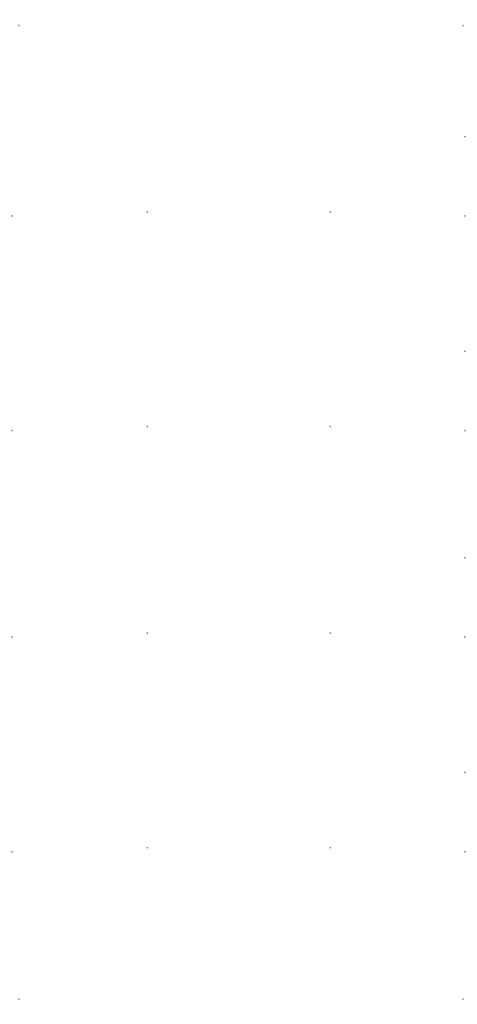
<source format=gbs>
G04 Layer_Color=16711935*
%FSLAX44Y44*%
%MOMM*%
G71*
G01*
G75*
%ADD12C,0.2032*%
D12*
X768000Y985000D02*
D03*
X930000Y1175000D02*
D03*
X760000Y1170000D02*
D03*
X930000Y1445000D02*
D03*
X760000Y1440000D02*
D03*
Y1700000D02*
D03*
X930000Y1705000D02*
D03*
X1160000D02*
D03*
X1330000Y1540000D02*
D03*
Y1440000D02*
D03*
Y1270000D02*
D03*
Y1170000D02*
D03*
X1160000Y1175000D02*
D03*
X1326800Y985000D02*
D03*
X1160000Y1445000D02*
D03*
X1330000Y1700000D02*
D03*
Y1800000D02*
D03*
Y1970000D02*
D03*
Y2070000D02*
D03*
X1326800Y2210000D02*
D03*
X1160000Y1975000D02*
D03*
X930000D02*
D03*
X760000Y1970000D02*
D03*
X768000Y2210000D02*
D03*
M02*

</source>
